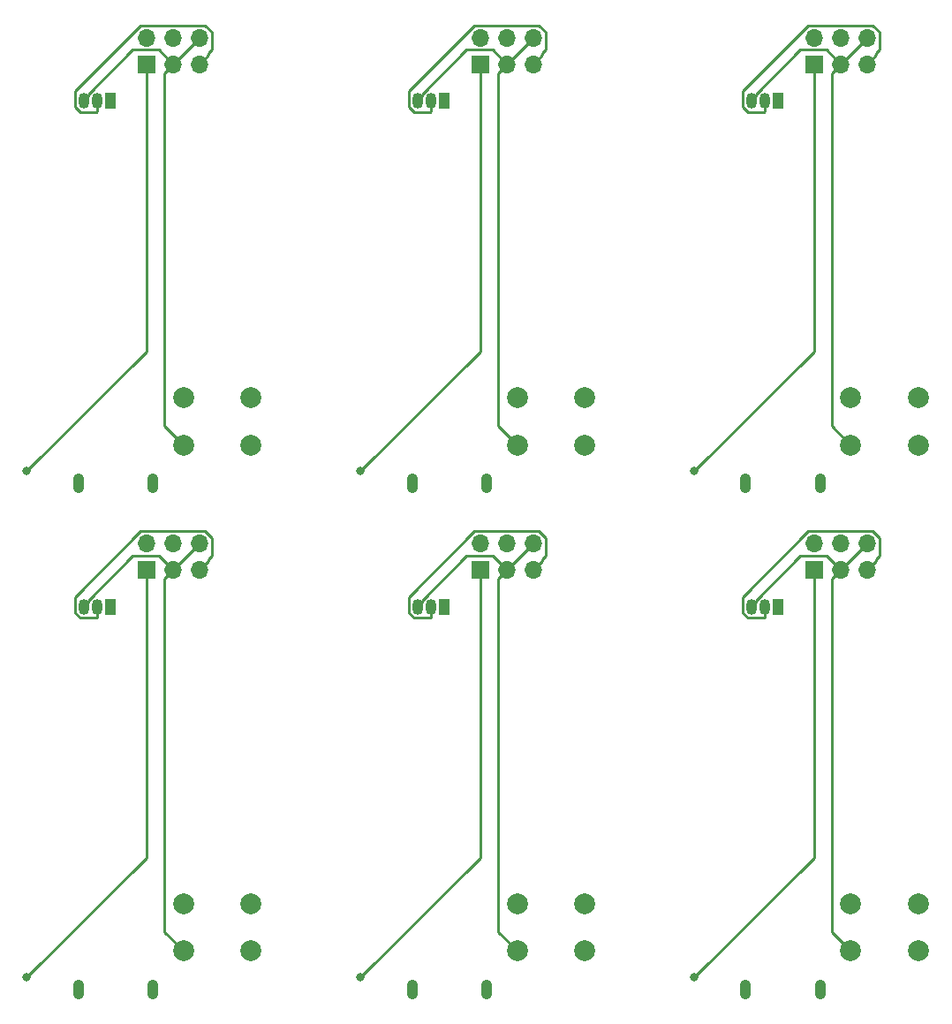
<source format=gbr>
G04 #@! TF.GenerationSoftware,KiCad,Pcbnew,(5.1.9)-1*
G04 #@! TF.CreationDate,2021-03-20T12:11:52+01:00*
G04 #@! TF.ProjectId,IM350,494d3335-302e-46b6-9963-61645f706362,rev?*
G04 #@! TF.SameCoordinates,Original*
G04 #@! TF.FileFunction,Copper,L2,Bot*
G04 #@! TF.FilePolarity,Positive*
%FSLAX46Y46*%
G04 Gerber Fmt 4.6, Leading zero omitted, Abs format (unit mm)*
G04 Created by KiCad (PCBNEW (5.1.9)-1) date 2021-03-20 12:11:52*
%MOMM*%
%LPD*%
G01*
G04 APERTURE LIST*
G04 #@! TA.AperFunction,ComponentPad*
%ADD10O,1.700000X1.700000*%
G04 #@! TD*
G04 #@! TA.AperFunction,ComponentPad*
%ADD11R,1.700000X1.700000*%
G04 #@! TD*
G04 #@! TA.AperFunction,ComponentPad*
%ADD12C,2.000000*%
G04 #@! TD*
G04 #@! TA.AperFunction,ComponentPad*
%ADD13R,1.050000X1.500000*%
G04 #@! TD*
G04 #@! TA.AperFunction,ComponentPad*
%ADD14O,1.050000X1.500000*%
G04 #@! TD*
G04 #@! TA.AperFunction,ComponentPad*
%ADD15O,1.050000X1.900000*%
G04 #@! TD*
G04 #@! TA.AperFunction,ViaPad*
%ADD16C,0.800000*%
G04 #@! TD*
G04 #@! TA.AperFunction,Conductor*
%ADD17C,0.250000*%
G04 #@! TD*
G04 APERTURE END LIST*
D10*
X75040000Y-41460000D03*
X75040000Y-44000000D03*
X72500000Y-41460000D03*
X72500000Y-44000000D03*
X69960000Y-41460000D03*
D11*
X69960000Y-44000000D03*
D10*
X75040000Y-89960000D03*
X75040000Y-92500000D03*
X72500000Y-89960000D03*
X72500000Y-92500000D03*
X69960000Y-89960000D03*
D11*
X69960000Y-92500000D03*
D10*
X107040000Y-89960000D03*
X107040000Y-92500000D03*
X104500000Y-89960000D03*
X104500000Y-92500000D03*
X101960000Y-89960000D03*
D11*
X101960000Y-92500000D03*
D10*
X107040000Y-41460000D03*
X107040000Y-44000000D03*
X104500000Y-41460000D03*
X104500000Y-44000000D03*
X101960000Y-41460000D03*
D11*
X101960000Y-44000000D03*
D10*
X139040000Y-41460000D03*
X139040000Y-44000000D03*
X136500000Y-41460000D03*
X136500000Y-44000000D03*
X133960000Y-41460000D03*
D11*
X133960000Y-44000000D03*
D10*
X139040000Y-89960000D03*
X139040000Y-92500000D03*
X136500000Y-89960000D03*
X136500000Y-92500000D03*
X133960000Y-89960000D03*
D11*
X133960000Y-92500000D03*
D12*
X144000000Y-124500000D03*
X144000000Y-129000000D03*
X137500000Y-124500000D03*
X137500000Y-129000000D03*
D13*
X130500000Y-47500000D03*
D14*
X127960000Y-47500000D03*
X129230000Y-47500000D03*
D15*
X127425000Y-84200000D03*
X134575000Y-84200000D03*
X134575000Y-132700000D03*
X127425000Y-132700000D03*
D14*
X129230000Y-96000000D03*
X127960000Y-96000000D03*
D13*
X130500000Y-96000000D03*
D12*
X137500000Y-80500000D03*
X137500000Y-76000000D03*
X144000000Y-80500000D03*
X144000000Y-76000000D03*
X105500000Y-129000000D03*
X105500000Y-124500000D03*
X112000000Y-129000000D03*
X112000000Y-124500000D03*
D14*
X97230000Y-47500000D03*
X95960000Y-47500000D03*
D13*
X98500000Y-47500000D03*
D15*
X102575000Y-84200000D03*
X95425000Y-84200000D03*
D13*
X98500000Y-96000000D03*
D14*
X95960000Y-96000000D03*
X97230000Y-96000000D03*
D15*
X95425000Y-132700000D03*
X102575000Y-132700000D03*
D12*
X112000000Y-76000000D03*
X112000000Y-80500000D03*
X105500000Y-76000000D03*
X105500000Y-80500000D03*
D14*
X65230000Y-96000000D03*
X63960000Y-96000000D03*
D13*
X66500000Y-96000000D03*
D15*
X70575000Y-132700000D03*
X63425000Y-132700000D03*
D12*
X80000000Y-124500000D03*
X80000000Y-129000000D03*
X73500000Y-124500000D03*
X73500000Y-129000000D03*
D13*
X66500000Y-47500000D03*
D14*
X63960000Y-47500000D03*
X65230000Y-47500000D03*
D15*
X63425000Y-84200000D03*
X70575000Y-84200000D03*
D12*
X73500000Y-80500000D03*
X73500000Y-76000000D03*
X80000000Y-80500000D03*
X80000000Y-76000000D03*
D16*
X58500000Y-83000000D03*
X58500000Y-131500000D03*
X90500000Y-83000000D03*
X90500000Y-131500000D03*
X122500000Y-131500000D03*
X122500000Y-83000000D03*
D17*
X63960000Y-47500000D02*
X63960000Y-47342905D01*
X71135001Y-42635001D02*
X72500000Y-44000000D01*
X68667904Y-42635001D02*
X71135001Y-42635001D01*
X64379990Y-46922915D02*
X68667904Y-42635001D01*
X64379990Y-47120010D02*
X64379990Y-46922915D01*
X64000000Y-47500000D02*
X64379990Y-47120010D01*
X63960000Y-47500000D02*
X64000000Y-47500000D01*
X72500000Y-44000000D02*
X75040000Y-41460000D01*
X71650001Y-78650001D02*
X73500000Y-80500000D01*
X71650001Y-44849999D02*
X71650001Y-78650001D01*
X72500000Y-44000000D02*
X71650001Y-44849999D01*
X63960000Y-96000000D02*
X63960000Y-95842905D01*
X68667904Y-91135001D02*
X71135001Y-91135001D01*
X63960000Y-96000000D02*
X64000000Y-96000000D01*
X64379990Y-95422915D02*
X68667904Y-91135001D01*
X72500000Y-92500000D02*
X75040000Y-89960000D01*
X64379990Y-95620010D02*
X64379990Y-95422915D01*
X64000000Y-96000000D02*
X64379990Y-95620010D01*
X71135001Y-91135001D02*
X72500000Y-92500000D01*
X71650001Y-93349999D02*
X71650001Y-127150001D01*
X72500000Y-92500000D02*
X71650001Y-93349999D01*
X71650001Y-127150001D02*
X73500000Y-129000000D01*
X95960000Y-47500000D02*
X95960000Y-47342905D01*
X100667904Y-42635001D02*
X103135001Y-42635001D01*
X95960000Y-47500000D02*
X96000000Y-47500000D01*
X96379990Y-46922915D02*
X100667904Y-42635001D01*
X104500000Y-44000000D02*
X107040000Y-41460000D01*
X96379990Y-47120010D02*
X96379990Y-46922915D01*
X96000000Y-47500000D02*
X96379990Y-47120010D01*
X103135001Y-42635001D02*
X104500000Y-44000000D01*
X103650001Y-44849999D02*
X103650001Y-78650001D01*
X104500000Y-44000000D02*
X103650001Y-44849999D01*
X103650001Y-78650001D02*
X105500000Y-80500000D01*
X95960000Y-96000000D02*
X96000000Y-96000000D01*
X95960000Y-96000000D02*
X95960000Y-95842905D01*
X100667904Y-91135001D02*
X103135001Y-91135001D01*
X103650001Y-93349999D02*
X103650001Y-127150001D01*
X103650001Y-127150001D02*
X105500000Y-129000000D01*
X96000000Y-96000000D02*
X96379990Y-95620010D01*
X96379990Y-95620010D02*
X96379990Y-95422915D01*
X96379990Y-95422915D02*
X100667904Y-91135001D01*
X104500000Y-92500000D02*
X107040000Y-89960000D01*
X104500000Y-92500000D02*
X103650001Y-93349999D01*
X103135001Y-91135001D02*
X104500000Y-92500000D01*
X127960000Y-96000000D02*
X127960000Y-95842905D01*
X135650001Y-93349999D02*
X135650001Y-127150001D01*
X132667904Y-91135001D02*
X135135001Y-91135001D01*
X127960000Y-96000000D02*
X128000000Y-96000000D01*
X128000000Y-96000000D02*
X128379990Y-95620010D01*
X136500000Y-92500000D02*
X135650001Y-93349999D01*
X128379990Y-95620010D02*
X128379990Y-95422915D01*
X135650001Y-127150001D02*
X137500000Y-129000000D01*
X136500000Y-92500000D02*
X139040000Y-89960000D01*
X128379990Y-95422915D02*
X132667904Y-91135001D01*
X135135001Y-91135001D02*
X136500000Y-92500000D01*
X127960000Y-47500000D02*
X127960000Y-47342905D01*
X136500000Y-44000000D02*
X139040000Y-41460000D01*
X135135001Y-42635001D02*
X136500000Y-44000000D01*
X135650001Y-44849999D02*
X135650001Y-78650001D01*
X132667904Y-42635001D02*
X135135001Y-42635001D01*
X135650001Y-78650001D02*
X137500000Y-80500000D01*
X128000000Y-47500000D02*
X128379990Y-47120010D01*
X128379990Y-47120010D02*
X128379990Y-46922915D01*
X136500000Y-44000000D02*
X135650001Y-44849999D01*
X127960000Y-47500000D02*
X128000000Y-47500000D01*
X128379990Y-46922915D02*
X132667904Y-42635001D01*
X58500000Y-83000000D02*
X69960000Y-71540000D01*
X69960000Y-71540000D02*
X69960000Y-44000000D01*
X69960000Y-120040000D02*
X69960000Y-92500000D01*
X58500000Y-131500000D02*
X69960000Y-120040000D01*
X101960000Y-71540000D02*
X101960000Y-44000000D01*
X90500000Y-83000000D02*
X101960000Y-71540000D01*
X101960000Y-120040000D02*
X101960000Y-92500000D01*
X90500000Y-131500000D02*
X101960000Y-120040000D01*
X122500000Y-131500000D02*
X133960000Y-120040000D01*
X133960000Y-120040000D02*
X133960000Y-92500000D01*
X133960000Y-71540000D02*
X133960000Y-44000000D01*
X122500000Y-83000000D02*
X133960000Y-71540000D01*
X65154990Y-48575010D02*
X65230000Y-48500000D01*
X63109990Y-48077085D02*
X63607915Y-48575010D01*
X69395999Y-40284999D02*
X63109990Y-46571008D01*
X75604001Y-40284999D02*
X69395999Y-40284999D01*
X63607915Y-48575010D02*
X65154990Y-48575010D01*
X76215001Y-42595997D02*
X76215001Y-40895999D01*
X76215001Y-40895999D02*
X75604001Y-40284999D01*
X75889999Y-42920999D02*
X76215001Y-42595997D01*
X65230000Y-48500000D02*
X65230000Y-47500000D01*
X63109990Y-46571008D02*
X63109990Y-48077085D01*
X75889999Y-43150001D02*
X75889999Y-42920999D01*
X75040000Y-44000000D02*
X75889999Y-43150001D01*
X75889999Y-91420999D02*
X76215001Y-91095997D01*
X63109990Y-96577085D02*
X63607915Y-97075010D01*
X76215001Y-91095997D02*
X76215001Y-89395999D01*
X63109990Y-95071008D02*
X63109990Y-96577085D01*
X65154990Y-97075010D02*
X65230000Y-97000000D01*
X76215001Y-89395999D02*
X75604001Y-88784999D01*
X75604001Y-88784999D02*
X69395999Y-88784999D01*
X75889999Y-91650001D02*
X75889999Y-91420999D01*
X75040000Y-92500000D02*
X75889999Y-91650001D01*
X65230000Y-97000000D02*
X65230000Y-96000000D01*
X63607915Y-97075010D02*
X65154990Y-97075010D01*
X69395999Y-88784999D02*
X63109990Y-95071008D01*
X107889999Y-42920999D02*
X108215001Y-42595997D01*
X95109990Y-48077085D02*
X95607915Y-48575010D01*
X108215001Y-42595997D02*
X108215001Y-40895999D01*
X95109990Y-46571008D02*
X95109990Y-48077085D01*
X97154990Y-48575010D02*
X97230000Y-48500000D01*
X108215001Y-40895999D02*
X107604001Y-40284999D01*
X107604001Y-40284999D02*
X101395999Y-40284999D01*
X107889999Y-43150001D02*
X107889999Y-42920999D01*
X107040000Y-44000000D02*
X107889999Y-43150001D01*
X97230000Y-48500000D02*
X97230000Y-47500000D01*
X95607915Y-48575010D02*
X97154990Y-48575010D01*
X101395999Y-40284999D02*
X95109990Y-46571008D01*
X95109990Y-96577085D02*
X95607915Y-97075010D01*
X107889999Y-91420999D02*
X108215001Y-91095997D01*
X108215001Y-91095997D02*
X108215001Y-89395999D01*
X95109990Y-95071008D02*
X95109990Y-96577085D01*
X95607915Y-97075010D02*
X97154990Y-97075010D01*
X107604001Y-88784999D02*
X101395999Y-88784999D01*
X97230000Y-97000000D02*
X97230000Y-96000000D01*
X101395999Y-88784999D02*
X95109990Y-95071008D01*
X107040000Y-92500000D02*
X107889999Y-91650001D01*
X97154990Y-97075010D02*
X97230000Y-97000000D01*
X107889999Y-91650001D02*
X107889999Y-91420999D01*
X108215001Y-89395999D02*
X107604001Y-88784999D01*
X139889999Y-91420999D02*
X140215001Y-91095997D01*
X140215001Y-91095997D02*
X140215001Y-89395999D01*
X127109990Y-95071008D02*
X127109990Y-96577085D01*
X127109990Y-96577085D02*
X127607915Y-97075010D01*
X127607915Y-97075010D02*
X129154990Y-97075010D01*
X139040000Y-92500000D02*
X139889999Y-91650001D01*
X129154990Y-97075010D02*
X129230000Y-97000000D01*
X129230000Y-97000000D02*
X129230000Y-96000000D01*
X139889999Y-91650001D02*
X139889999Y-91420999D01*
X140215001Y-89395999D02*
X139604001Y-88784999D01*
X139604001Y-88784999D02*
X133395999Y-88784999D01*
X133395999Y-88784999D02*
X127109990Y-95071008D01*
X140215001Y-40895999D02*
X139604001Y-40284999D01*
X139040000Y-44000000D02*
X139889999Y-43150001D01*
X139889999Y-42920999D02*
X140215001Y-42595997D01*
X129230000Y-48500000D02*
X129230000Y-47500000D01*
X139889999Y-43150001D02*
X139889999Y-42920999D01*
X127607915Y-48575010D02*
X129154990Y-48575010D01*
X140215001Y-42595997D02*
X140215001Y-40895999D01*
X127109990Y-46571008D02*
X127109990Y-48077085D01*
X133395999Y-40284999D02*
X127109990Y-46571008D01*
X139604001Y-40284999D02*
X133395999Y-40284999D01*
X129154990Y-48575010D02*
X129230000Y-48500000D01*
X127109990Y-48077085D02*
X127607915Y-48575010D01*
M02*

</source>
